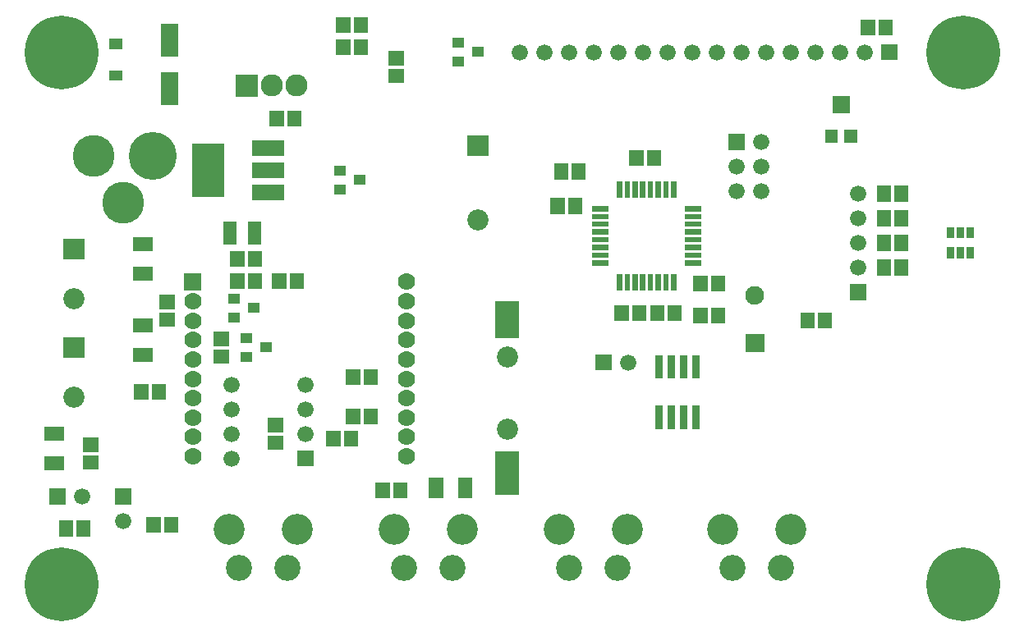
<source format=gbr>
G04 start of page 5 for group -4063 idx -4063 *
G04 Title: (unknown), componentmask *
G04 Creator: pcb 20110918 *
G04 CreationDate: Sun 03 Feb 2013 12:35:54 AM GMT UTC *
G04 For: petersen *
G04 Format: Gerber/RS-274X *
G04 PCB-Dimensions: 400000 250000 *
G04 PCB-Coordinate-Origin: lower left *
%MOIN*%
%FSLAX25Y25*%
%LNTOPMASK*%
%ADD112R,0.0300X0.0300*%
%ADD111R,0.0980X0.0980*%
%ADD110R,0.0550X0.0550*%
%ADD109R,0.1280X0.1280*%
%ADD108R,0.0620X0.0620*%
%ADD107R,0.0420X0.0420*%
%ADD106R,0.0690X0.0690*%
%ADD105R,0.0530X0.0530*%
%ADD104R,0.0217X0.0217*%
%ADD103R,0.0400X0.0400*%
%ADD102R,0.0572X0.0572*%
%ADD101C,0.0700*%
%ADD100C,0.0900*%
%ADD99C,0.1700*%
%ADD98C,0.1950*%
%ADD97C,0.0760*%
%ADD96C,0.0860*%
%ADD95C,0.0001*%
%ADD94C,0.0660*%
%ADD93C,0.1260*%
%ADD92C,0.1060*%
%ADD91C,0.2997*%
G54D91*X383000Y17000D03*
G54D92*X223000Y23500D03*
X242685D03*
G54D93*X219063Y39248D03*
X246622D03*
X285563D03*
X313122D03*
G54D92*X289500Y23500D03*
X309185D03*
G54D94*X313000Y233000D03*
X293000D03*
G54D95*G36*
X287700Y199800D02*Y193200D01*
X294300D01*
Y199800D01*
X287700D01*
G37*
G54D94*X291000Y186500D03*
Y176500D03*
X283000Y233000D03*
X273000D03*
X263000D03*
X253000D03*
X243000D03*
X233000D03*
X223000D03*
X213000D03*
X203000D03*
G54D95*G36*
X233700Y110300D02*Y103700D01*
X240300D01*
Y110300D01*
X233700D01*
G37*
G54D96*X198000Y79736D03*
Y109264D03*
G54D94*X247000Y107000D03*
X303000Y233000D03*
G54D95*G36*
X294700Y118694D02*Y111094D01*
X302300D01*
Y118694D01*
X294700D01*
G37*
G54D97*X298500Y134106D03*
G54D94*X301000Y196500D03*
Y186500D03*
Y176500D03*
G54D95*G36*
X349700Y236300D02*Y229700D01*
X356300D01*
Y236300D01*
X349700D01*
G37*
G54D94*X343000Y233000D03*
X333000D03*
X323000D03*
G54D95*G36*
X337200Y138800D02*Y132200D01*
X343800D01*
Y138800D01*
X337200D01*
G37*
G54D94*X340500Y145500D03*
Y155500D03*
Y165500D03*
Y175500D03*
G54D91*X383000Y233000D03*
X17000D03*
G54D95*G36*
X17700Y157300D02*Y148700D01*
X26300D01*
Y157300D01*
X17700D01*
G37*
G54D96*X22000Y133000D03*
G54D98*X54000Y191000D03*
G54D99*X30000D03*
X42000Y172000D03*
G54D91*X17000Y17000D03*
G54D95*G36*
X17700Y117300D02*Y108700D01*
X26300D01*
Y117300D01*
X17700D01*
G37*
G54D96*X22000Y93000D03*
G54D95*G36*
X12200Y55800D02*Y49200D01*
X18800D01*
Y55800D01*
X12200D01*
G37*
G54D94*X25500Y52500D03*
G54D95*G36*
X38700Y55800D02*Y49200D01*
X45300D01*
Y55800D01*
X38700D01*
G37*
G54D94*X42000Y42500D03*
G54D100*X112300Y219400D03*
X102300D03*
G54D95*G36*
X87800Y223900D02*Y214900D01*
X96800D01*
Y223900D01*
X87800D01*
G37*
G36*
X181700Y199300D02*Y190700D01*
X190300D01*
Y199300D01*
X181700D01*
G37*
G54D96*X186000Y165000D03*
G54D101*X157007Y139700D03*
Y131826D03*
Y123952D03*
Y116078D03*
Y108204D03*
Y100330D03*
Y92456D03*
Y84582D03*
Y76708D03*
Y68834D03*
G54D93*X152063Y39248D03*
G54D92*X156000Y23500D03*
X175685D03*
G54D93*X179622Y39248D03*
G54D95*G36*
X66893Y143200D02*Y136200D01*
X73893D01*
Y143200D01*
X66893D01*
G37*
G54D101*X70393Y131826D03*
Y123952D03*
Y116078D03*
Y108204D03*
Y100330D03*
Y92456D03*
Y84582D03*
Y76708D03*
G54D94*X86000Y98000D03*
Y88000D03*
Y78000D03*
G54D92*X89000Y23500D03*
G54D93*X85063Y39248D03*
G54D101*X70393Y68834D03*
G54D95*G36*
X112700Y71300D02*Y64700D01*
X119300D01*
Y71300D01*
X112700D01*
G37*
G54D94*X86000Y68000D03*
X116000Y78000D03*
Y88000D03*
Y98000D03*
G54D92*X108685Y23500D03*
G54D93*X112622Y39248D03*
G54D102*X138543Y244393D02*Y243607D01*
X344457Y243393D02*Y242607D01*
X351543Y243393D02*Y242607D01*
G54D103*X177700Y237000D02*X178300D01*
X177700Y229200D02*X178300D01*
X185900Y233100D02*X186500D01*
G54D102*X138543Y235393D02*Y234607D01*
X152607Y230543D02*X153393D01*
X152607Y223457D02*X153393D01*
X225543Y170893D02*Y170107D01*
X227043Y184893D02*Y184107D01*
X218457Y170893D02*Y170107D01*
X219957Y184893D02*Y184107D01*
G54D104*X233608Y169423D02*X238034D01*
X233608Y166274D02*X238034D01*
X233608Y163124D02*X238034D01*
X233608Y159975D02*X238034D01*
X233608Y156825D02*X238034D01*
X233608Y153675D02*X238034D01*
X233608Y150526D02*X238034D01*
X233608Y147376D02*X238034D01*
X265623Y179392D02*Y174966D01*
X262474Y179392D02*Y174966D01*
X259324Y179392D02*Y174966D01*
X246726Y179392D02*Y174966D01*
X243576Y179392D02*Y174966D01*
X256175Y179392D02*Y174966D01*
X253025Y179392D02*Y174966D01*
X249875Y179392D02*Y174966D01*
G54D102*X257543Y190393D02*Y189607D01*
X250457Y190393D02*Y189607D01*
G54D105*X329599Y198950D02*X329600D01*
X337400D02*X337401D01*
G54D106*X333500Y211750D02*X333501D01*
G54D102*X48819Y143095D02*X51181D01*
X48819Y121905D02*X51181D01*
X48819Y110095D02*X51181D01*
X56543Y95393D02*Y94607D01*
X49457Y95393D02*Y94607D01*
X12819Y66095D02*X15181D01*
X12819Y77905D02*X15181D01*
X28607Y73543D02*X29393D01*
X28607Y66457D02*X29393D01*
X48819Y154905D02*X51181D01*
X59607Y131543D02*X60393D01*
X59607Y124457D02*X60393D01*
X61543Y41393D02*Y40607D01*
X54457Y41393D02*Y40607D01*
X26043Y39893D02*Y39107D01*
X18957Y39893D02*Y39107D01*
X131457Y244393D02*Y243607D01*
X111543Y206393D02*Y205607D01*
X104457Y206393D02*Y205607D01*
X131457Y235393D02*Y234607D01*
G54D106*X61000Y240992D02*Y234693D01*
Y221307D02*Y215008D01*
G54D107*X38400Y236400D02*X39600D01*
X38400Y223500D02*X39600D01*
G54D108*X97700Y176000D02*X104300D01*
G54D103*X129700Y177200D02*X130300D01*
G54D108*X97700Y185000D02*X104300D01*
G54D103*X129700D02*X130300D01*
X137900Y181100D02*X138500D01*
G54D108*X97700Y194100D02*X104300D01*
G54D109*X76600Y189500D02*Y180500D01*
G54D102*X88457Y140393D02*Y139607D01*
X95543Y140393D02*Y139607D01*
X88457Y149393D02*Y148607D01*
X95543Y149393D02*Y148607D01*
X112543Y140393D02*Y139607D01*
X105457Y140393D02*Y139607D01*
G54D103*X86700Y133000D02*X87300D01*
X86700Y125200D02*X87300D01*
X94900Y129100D02*X95500D01*
X91700Y117000D02*X92300D01*
X99900Y113100D02*X100500D01*
G54D102*X81607Y116543D02*X82393D01*
X81607Y109457D02*X82393D01*
G54D110*X85500Y161300D02*Y157700D01*
X95500Y161300D02*Y157700D01*
G54D102*X169095Y57181D02*Y54819D01*
X154543Y55393D02*Y54607D01*
X147457Y55393D02*Y54607D01*
X180905Y57181D02*Y54819D01*
G54D111*X198000Y65845D02*Y58045D01*
Y126977D02*Y121738D01*
G54D102*X142543Y85393D02*Y84607D01*
X135457Y85393D02*Y84607D01*
Y101393D02*Y100607D01*
X142543Y101393D02*Y100607D01*
G54D103*X91700Y109200D02*X92300D01*
G54D102*X103607Y81543D02*X104393D01*
X103607Y74457D02*X104393D01*
X134543Y76393D02*Y75607D01*
X127457Y76393D02*Y75607D01*
X283543Y139393D02*Y138607D01*
Y126393D02*Y125607D01*
X276457Y139393D02*Y138607D01*
Y126393D02*Y125607D01*
X266043Y127393D02*Y126607D01*
G54D104*X265624Y141834D02*Y137408D01*
G54D102*X327043Y124393D02*Y123607D01*
X319957Y124393D02*Y123607D01*
X251543Y127393D02*Y126607D01*
X244457Y127393D02*Y126607D01*
X258957Y127393D02*Y126607D01*
G54D104*X243577Y141834D02*Y137408D01*
X246726Y141834D02*Y137408D01*
X249876Y141834D02*Y137408D01*
X253025Y141834D02*Y137408D01*
X256175Y141834D02*Y137408D01*
X259325Y141834D02*Y137408D01*
X262474Y141834D02*Y137408D01*
X271166Y147377D02*X275592D01*
X271166Y150526D02*X275592D01*
X271166Y153676D02*X275592D01*
X271166Y156825D02*X275592D01*
X271166Y159975D02*X275592D01*
X271166Y163125D02*X275592D01*
X271166Y166274D02*X275592D01*
X271166Y169424D02*X275592D01*
G54D112*X274500Y108500D02*Y102000D01*
Y88000D02*Y81500D01*
X269500Y108500D02*Y102000D01*
Y88000D02*Y81500D01*
X264500Y108500D02*Y102000D01*
X259500Y108500D02*Y102000D01*
Y88000D02*Y81500D01*
X264500Y88000D02*Y81500D01*
G54D102*X350957Y175893D02*Y175107D01*
X358043Y175893D02*Y175107D01*
X350957Y165893D02*Y165107D01*
X358043Y165893D02*Y165107D01*
X350957Y155893D02*Y155107D01*
X358043Y155893D02*Y155107D01*
X350957Y145893D02*Y145107D01*
X358043Y145893D02*Y145107D01*
G54D112*X378000Y152300D02*Y150700D01*
X381900Y152300D02*Y150700D01*
X385800Y152300D02*Y150700D01*
Y160500D02*Y158900D01*
X381900Y160500D02*Y158900D01*
X378000Y160500D02*Y158900D01*
M02*

</source>
